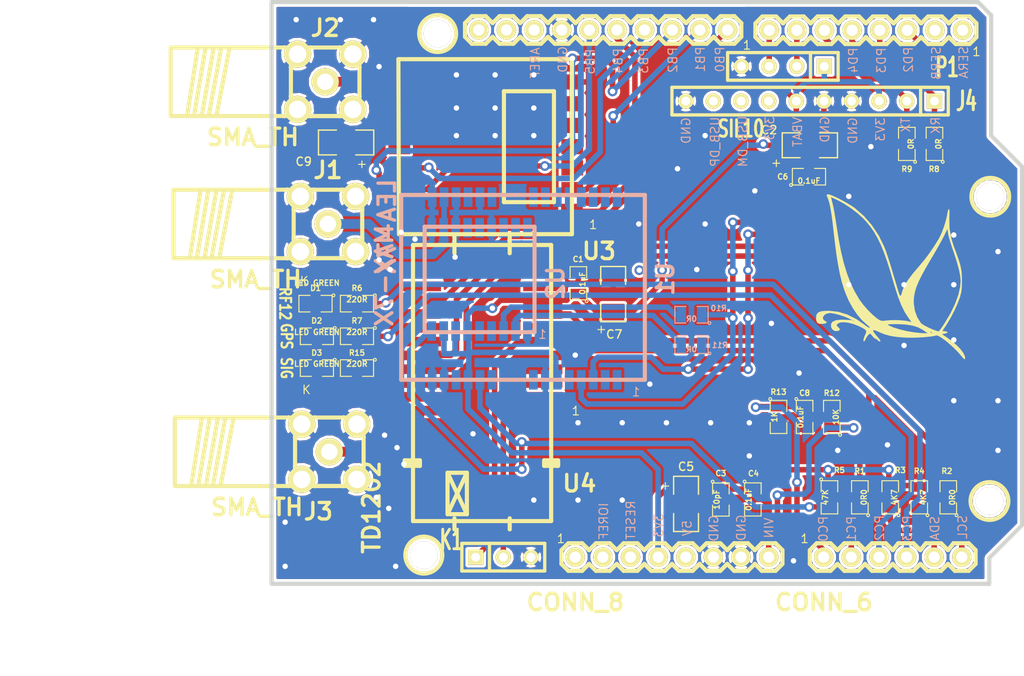
<source format=kicad_pcb>
(kicad_pcb (version 3) (host pcbnew "(2013-05-31 BZR 4019)-stable")
  (title_block (title Sigfoxuino) (rev 1) (company "RzBo Concept"))
  (layers (15 Front signal) (0 Back signal))
  (net 0 "")
  (net 1 +3.3V)
  (net 2 /PB0)
  (net 3 /PB1)
  (net 4 /PB2)
  (net 5 /PB3)
  (net 6 /PB4)
  (net 7 /PB5)
  (net 8 /PC0)
  (net 9 /PC1)
  (net 10 /PC2)
  (net 11 /PC3)
  (net 12 /PD2)
  (net 13 /PD3)
  (net 14 /PD4)
  (net 15 /PD5)
  (net 16 /PD6)
  (net 17 /PD7)
  (net 18 /RF_GPS)
  (net 19 /RF_RF12)
  (net 20 /RF_SIG)
  (net 21 /RX_SFT)
  (net 22 /SCL)
  (net 23 /SDA)
  (net 24 /STATUS_SIG)
  (net 25 /TX_SFT)
  (net 26 /VIN)
  (net 27 GND)
  (net 28 N-000001)
  (net 29 N-0000013)
  (net 30 N-0000015)
  (net 31 N-0000016)
  (net 32 N-000002)
  (net 33 N-000003)
  (net 34 N-000004)
  (net 35 N-000005)
  (net 36 N-000006)
  (module SMA-SMB_right_angle (layer Front) (at 114.681 91.948 180)
    (fp_text reference J1)
    (fp_text value SMA_TH)
    (pad 1 thru_hole circle (at 0 0 180) (size 2.5 2.5) (drill 1.5) (layers *.Cu *.Mask Dessus.SilkS) (net 18 /RF_GPS))
    (pad 2 thru_hole circle (at 2.54 -2.54 180) (size 2.5 2.5) (drill 1.6) (layers *.Cu *.Mask Dessus.SilkS) (net 27 GND))
    (pad 3 thru_hole circle (at -2.54 -2.54 180) (size 2.5 2.5) (drill 1.6) (layers *.Cu *.Mask Dessus.SilkS) (net 27 GND))
    (pad 4 thru_hole circle (at -2.54 2.54 180) (size 2.5 2.5) (drill 1.6) (layers *.Cu *.Mask Dessus.SilkS) (net 27 GND))
    (pad 5 thru_hole circle (at 2.54 2.54 180) (size 2.5 2.5) (drill 1.6) (layers *.Cu *.Mask Dessus.SilkS) (net 27 GND))
  )
  (module 1pin (layer Front) (at 175.5648 89.44102)
    (fp_text reference V4 hide)
    (fp_text value "" hide)
    (pad 1 thru_hole circle (at 0 0) (size 2.54 2.54) (drill 2.54) (layers *.Cu *.Mask Dessus.SilkS))
  )
  (module 1pin (layer Front) (at 175.4886 117.43182)
    (fp_text reference V5 hide)
    (fp_text value "" hide)
    (pad 1 thru_hole circle (at 0 0) (size 2.54 2.54) (drill 2.54) (layers *.Cu *.Mask Dessus.SilkS))
  )
  (module Con8 (layer Front) (at 137.414 122.58802)
    (fp_text reference CONN8_1 hide)
    (fp_text value CONN_8)
    (pad 2 thru_hole circle (at 2.54 0) (size 1.778 1.778) (drill 1.016) (layers *.Cu *.Mask Dessus.SilkS))
    (pad 3 thru_hole circle (at 5.08 0) (size 1.778 1.778) (drill 1.016) (layers *.Cu *.Mask Dessus.SilkS))
    (pad 4 thru_hole circle (at 7.62 0) (size 1.778 1.778) (drill 1.016) (layers *.Cu *.Mask Dessus.SilkS) (net 1 +3.3V))
    (pad 5 thru_hole circle (at 10.16 0) (size 1.778 1.778) (drill 1.016) (layers *.Cu *.Mask Dessus.SilkS))
    (pad 6 thru_hole circle (at 12.7 0) (size 1.778 1.778) (drill 1.016) (layers *.Cu *.Mask Dessus.SilkS) (net 27 GND))
    (pad 7 thru_hole circle (at 15.24 0) (size 1.778 1.778) (drill 1.016) (layers *.Cu *.Mask Dessus.SilkS) (net 27 GND))
    (pad 8 thru_hole circle (at 17.78 0) (size 1.778 1.778) (drill 1.016) (layers *.Cu *.Mask Dessus.SilkS) (net 26 /VIN))
    (pad 1 thru_hole circle (at 0 0) (size 1.778 1.778) (drill 1.016) (layers *.Cu *.Mask Dessus.SilkS))
  )
  (module Con8 (layer Front) (at 173.0248 74.12482 180)
    (fp_text reference CON8_2 hide)
    (fp_text value CONN_8)
    (pad 2 thru_hole circle (at 2.54 0 180) (size 1.778 1.778) (drill 1.016) (layers *.Cu *.Mask Dessus.SilkS))
    (pad 3 thru_hole circle (at 5.08 0 180) (size 1.778 1.778) (drill 1.016) (layers *.Cu *.Mask Dessus.SilkS) (net 12 /PD2))
    (pad 4 thru_hole circle (at 7.62 0 180) (size 1.778 1.778) (drill 1.016) (layers *.Cu *.Mask Dessus.SilkS) (net 13 /PD3))
    (pad 5 thru_hole circle (at 10.16 0 180) (size 1.778 1.778) (drill 1.016) (layers *.Cu *.Mask Dessus.SilkS) (net 14 /PD4))
    (pad 6 thru_hole circle (at 12.7 0 180) (size 1.778 1.778) (drill 1.016) (layers *.Cu *.Mask Dessus.SilkS) (net 15 /PD5))
    (pad 7 thru_hole circle (at 15.24 0 180) (size 1.778 1.778) (drill 1.016) (layers *.Cu *.Mask Dessus.SilkS) (net 16 /PD6))
    (pad 8 thru_hole circle (at 17.78 0 180) (size 1.778 1.778) (drill 1.016) (layers *.Cu *.Mask Dessus.SilkS) (net 17 /PD7))
    (pad 1 thru_hole circle (at 0 0 180) (size 1.778 1.778) (drill 1.016) (layers *.Cu *.Mask Dessus.SilkS))
  )
  (module Con6 (layer Front) (at 160.2486 122.58802)
    (fp_text reference CON6_1 hide)
    (fp_text value CONN_6)
    (pad 2 thru_hole circle (at 2.54 0) (size 1.778 1.778) (drill 1.016) (layers *.Cu *.Mask Dessus.SilkS) (net 9 /PC1))
    (pad 3 thru_hole circle (at 5.08 0) (size 1.778 1.778) (drill 1.016) (layers *.Cu *.Mask Dessus.SilkS) (net 10 /PC2))
    (pad 4 thru_hole circle (at 7.62 0) (size 1.778 1.778) (drill 1.016) (layers *.Cu *.Mask Dessus.SilkS) (net 11 /PC3))
    (pad 5 thru_hole circle (at 10.16 0) (size 1.778 1.778) (drill 1.016) (layers *.Cu *.Mask Dessus.SilkS) (net 23 /SDA))
    (pad 6 thru_hole circle (at 12.7 0) (size 1.778 1.778) (drill 1.016) (layers *.Cu *.Mask Dessus.SilkS) (net 22 /SCL))
    (pad 1 thru_hole circle (at 0 0) (size 1.778 1.778) (drill 1.016) (layers *.Cu *.Mask Dessus.SilkS) (net 8 /PC0))
  )
  (module Con10 (layer Front) (at 151.4094 74.09942 180)
    (fp_text reference CONN10_1 hide)
    (fp_text value CONN_10)
    (pad 2 thru_hole circle (at 2.54 0 180) (size 1.778 1.778) (drill 1.016) (layers *.Cu *.Mask Dessus.SilkS) (net 3 /PB1))
    (pad 3 thru_hole circle (at 5.08 0 180) (size 1.778 1.778) (drill 1.016) (layers *.Cu *.Mask Dessus.SilkS) (net 4 /PB2))
    (pad 4 thru_hole circle (at 7.62 0 180) (size 1.778 1.778) (drill 1.016) (layers *.Cu *.Mask Dessus.SilkS) (net 5 /PB3))
    (pad 5 thru_hole circle (at 10.16 0 180) (size 1.778 1.778) (drill 1.016) (layers *.Cu *.Mask Dessus.SilkS) (net 6 /PB4))
    (pad 6 thru_hole circle (at 12.7 0 180) (size 1.778 1.778) (drill 1.016) (layers *.Cu *.Mask Dessus.SilkS) (net 7 /PB5))
    (pad 7 thru_hole circle (at 15.24 0 180) (size 1.778 1.778) (drill 1.016) (layers *.Cu *.Mask Dessus.SilkS) (net 27 GND))
    (pad 8 thru_hole circle (at 17.78 0 180) (size 1.778 1.778) (drill 1.016) (layers *.Cu *.Mask Dessus.SilkS))
    (pad 9 thru_hole circle (at 20.32 0 180) (size 1.778 1.778) (drill 1.016) (layers *.Cu *.Mask Dessus.SilkS))
    (pad 10 thru_hole circle (at 22.86 0 180) (size 1.778 1.778) (drill 1.016) (layers *.Cu *.Mask Dessus.SilkS))
    (pad 1 thru_hole circle (at 0 0 180) (size 1.778 1.778) (drill 1.016) (layers *.Cu *.Mask Dessus.SilkS) (net 2 /PB0))
  )
  (module SMA-SMB_right_angle (layer Front) (at 114.427 78.867 180)
    (fp_text reference J2)
    (fp_text value SMA_TH)
    (pad 1 thru_hole circle (at 0 0 180) (size 2.5 2.5) (drill 1.5) (layers *.Cu *.Mask Dessus.SilkS) (net 19 /RF_RF12))
    (pad 2 thru_hole circle (at 2.54 -2.54 180) (size 2.5 2.5) (drill 1.6) (layers *.Cu *.Mask Dessus.SilkS) (net 27 GND))
    (pad 3 thru_hole circle (at -2.54 -2.54 180) (size 2.5 2.5) (drill 1.6) (layers *.Cu *.Mask Dessus.SilkS) (net 27 GND))
    (pad 4 thru_hole circle (at -2.54 2.54 180) (size 2.5 2.5) (drill 1.6) (layers *.Cu *.Mask Dessus.SilkS) (net 27 GND))
    (pad 5 thru_hole circle (at 2.54 2.54 180) (size 2.5 2.5) (drill 1.6) (layers *.Cu *.Mask Dessus.SilkS) (net 27 GND))
  )
  (module SMA-SMB_right_angle (layer Front) (at 114.808 112.903 180)
    (fp_text reference J3)
    (fp_text value SMA_TH)
    (pad 1 thru_hole circle (at 0 0 180) (size 2.5 2.5) (drill 1.5) (layers *.Cu *.Mask Dessus.SilkS) (net 20 /RF_SIG))
    (pad 2 thru_hole circle (at 2.54 -2.54 180) (size 2.5 2.5) (drill 1.6) (layers *.Cu *.Mask Dessus.SilkS) (net 27 GND))
    (pad 3 thru_hole circle (at -2.54 -2.54 180) (size 2.5 2.5) (drill 1.6) (layers *.Cu *.Mask Dessus.SilkS) (net 27 GND))
    (pad 4 thru_hole circle (at -2.54 2.54 180) (size 2.5 2.5) (drill 1.6) (layers *.Cu *.Mask Dessus.SilkS) (net 27 GND))
    (pad 5 thru_hole circle (at 2.54 2.54 180) (size 2.5 2.5) (drill 1.6) (layers *.Cu *.Mask Dessus.SilkS) (net 27 GND))
  )
  (module SM1206 (layer Front) (at 116.35 84.45 180)
    (fp_text reference C9)
    (fp_text value 1uF/9V hide)
    (pad 1 smd rect (at -1.651 0 180) (size 1.524 2.032) (layers Front Dessus.Pate Dessus.Masque) (net 1 +3.3V))
    (pad 2 smd rect (at 1.651 0 180) (size 1.524 2.032) (layers Front Dessus.Pate Dessus.Masque) (net 27 GND))
  )
  (module SM1206 (layer Front) (at 158.98 84.71)
    (fp_text reference C2)
    (fp_text value 10uF/9V hide)
    (pad 1 smd rect (at -1.651 0) (size 1.524 2.032) (layers Front Dessus.Pate Dessus.Masque) (net 1 +3.3V))
    (pad 2 smd rect (at 1.651 0) (size 1.524 2.032) (layers Front Dessus.Pate Dessus.Masque) (net 27 GND))
  )
  (module SM1206 (layer Front) (at 147.6 117.7 270)
    (fp_text reference C5)
    (fp_text value 10uF/9V hide)
    (pad 1 smd rect (at -1.651 0 270) (size 1.524 2.032) (layers Front Dessus.Pate Dessus.Masque) (net 1 +3.3V))
    (pad 2 smd rect (at 1.651 0 270) (size 1.524 2.032) (layers Front Dessus.Pate Dessus.Masque) (net 27 GND))
  )
  (module SM1206 (layer Front) (at 140.9 98.4 90)
    (fp_text reference C7)
    (fp_text value 10uF/9V hide)
    (pad 1 smd rect (at -1.651 0 90) (size 1.524 2.032) (layers Front Dessus.Pate Dessus.Masque) (net 1 +3.3V))
    (pad 2 smd rect (at 1.651 0 90) (size 1.524 2.032) (layers Front Dessus.Pate Dessus.Masque) (net 27 GND))
  )
  (module SM0805 (layer Front) (at 113.538 99.277 180)
    (fp_text reference D1)
    (fp_text value "LED GREEN")
    (pad 1 smd rect (at -0.9525 0 180) (size 0.889 1.397) (layers Front Dessus.Pate Dessus.Masque) (net 34 N-000004))
    (pad 2 smd rect (at 0.9525 0 180) (size 0.889 1.397) (layers Front Dessus.Pate Dessus.Masque) (net 27 GND))
  )
  (module SM0805 (layer Front) (at 117.348 99.277 180)
    (fp_text reference R6)
    (fp_text value 220R)
    (pad 1 smd rect (at -0.9525 0 180) (size 0.889 1.397) (layers Front Dessus.Pate Dessus.Masque) (net 11 /PC3))
    (pad 2 smd rect (at 0.9525 0 180) (size 0.889 1.397) (layers Front Dessus.Pate Dessus.Masque) (net 34 N-000004))
  )
  (module SM0805 (layer Front) (at 137.7 97.4 90)
    (fp_text reference C1)
    (fp_text value 0.1uF)
    (pad 1 smd rect (at -0.9525 0 90) (size 0.889 1.397) (layers Front Dessus.Pate Dessus.Masque) (net 1 +3.3V))
    (pad 2 smd rect (at 0.9525 0 90) (size 0.889 1.397) (layers Front Dessus.Pate Dessus.Masque) (net 27 GND))
  )
  (module SM0805 (layer Front) (at 158.9 87.6)
    (fp_text reference C6)
    (fp_text value 0.1uF)
    (pad 1 smd rect (at -0.9525 0) (size 0.889 1.397) (layers Front Dessus.Pate Dessus.Masque) (net 1 +3.3V))
    (pad 2 smd rect (at 0.9525 0) (size 0.889 1.397) (layers Front Dessus.Pate Dessus.Masque) (net 27 GND))
  )
  (module SM0805 (layer Front) (at 160.782 117.094 270)
    (fp_text reference R5)
    (fp_text value 47K)
    (pad 1 smd rect (at -0.9525 0 270) (size 0.889 1.397) (layers Front Dessus.Pate Dessus.Masque) (net 1 +3.3V))
    (pad 2 smd rect (at 0.9525 0 270) (size 0.889 1.397) (layers Front Dessus.Pate Dessus.Masque) (net 9 /PC1))
  )
  (module SM0805 (layer Back) (at 148.1 100.3 180)
    (fp_text reference R10)
    (fp_text value 0R)
    (pad 1 smd rect (at -0.9525 0 180) (size 0.889 1.397) (layers Back Dessous.Pate Dessous.Masque) (net 25 /TX_SFT))
    (pad 2 smd rect (at 0.9525 0 180) (size 0.889 1.397) (layers Back Dessous.Pate Dessous.Masque) (net 32 N-000002))
  )
  (module SM0805 (layer Back) (at 148.1 103.1 180)
    (fp_text reference R11)
    (fp_text value 0R)
    (pad 1 smd rect (at -0.9525 0 180) (size 0.889 1.397) (layers Back Dessous.Pate Dessous.Masque) (net 21 /RX_SFT))
    (pad 2 smd rect (at 0.9525 0 180) (size 0.889 1.397) (layers Back Dessous.Pate Dessous.Masque) (net 28 N-000001))
  )
  (module SM0805 (layer Front) (at 170.434 84.582 90)
    (fp_text reference R8)
    (fp_text value 0R)
    (pad 1 smd rect (at -0.9525 0 90) (size 0.889 1.397) (layers Front Dessus.Pate Dessus.Masque) (net 21 /RX_SFT))
    (pad 2 smd rect (at 0.9525 0 90) (size 0.889 1.397) (layers Front Dessus.Pate Dessus.Masque) (net 14 /PD4))
  )
  (module SM0805 (layer Front) (at 167.894 84.582 90)
    (fp_text reference R9)
    (fp_text value 0R)
    (pad 1 smd rect (at -0.9525 0 90) (size 0.889 1.397) (layers Front Dessus.Pate Dessus.Masque) (net 25 /TX_SFT))
    (pad 2 smd rect (at 0.9525 0 90) (size 0.889 1.397) (layers Front Dessus.Pate Dessus.Masque) (net 15 /PD5))
  )
  (module SM0805 (layer Front) (at 117.348 105.202 180)
    (fp_text reference R15)
    (fp_text value 220R)
    (pad 1 smd rect (at -0.9525 0 180) (size 0.889 1.397) (layers Front Dessus.Pate Dessus.Masque) (net 24 /STATUS_SIG))
    (pad 2 smd rect (at 0.9525 0 180) (size 0.889 1.397) (layers Front Dessus.Pate Dessus.Masque) (net 29 N-0000013))
  )
  (module SM0805 (layer Front) (at 113.665 102.279 180)
    (fp_text reference D2)
    (fp_text value "LED GREEN")
    (pad 1 smd rect (at -0.9525 0 180) (size 0.889 1.397) (layers Front Dessus.Pate Dessus.Masque) (net 33 N-000003))
    (pad 2 smd rect (at 0.9525 0 180) (size 0.889 1.397) (layers Front Dessus.Pate Dessus.Masque) (net 27 GND))
  )
  (module SM0805 (layer Front) (at 117.348 102.279 180)
    (fp_text reference R7)
    (fp_text value 220R)
    (pad 1 smd rect (at -0.9525 0 180) (size 0.889 1.397) (layers Front Dessus.Pate Dessus.Masque) (net 10 /PC2))
    (pad 2 smd rect (at 0.9525 0 180) (size 0.889 1.397) (layers Front Dessus.Pate Dessus.Masque) (net 33 N-000003))
  )
  (module SM0805 (layer Front) (at 150.8 117.3 270)
    (fp_text reference C3)
    (fp_text value 10pF)
    (pad 1 smd rect (at -0.9525 0 270) (size 0.889 1.397) (layers Front Dessus.Pate Dessus.Masque) (net 1 +3.3V))
    (pad 2 smd rect (at 0.9525 0 270) (size 0.889 1.397) (layers Front Dessus.Pate Dessus.Masque) (net 27 GND))
  )
  (module SM0805 (layer Front) (at 153.74 117.29 270)
    (fp_text reference C4)
    (fp_text value 0.1uF)
    (pad 1 smd rect (at -0.9525 0 270) (size 0.889 1.397) (layers Front Dessus.Pate Dessus.Masque) (net 1 +3.3V))
    (pad 2 smd rect (at 0.9525 0 270) (size 0.889 1.397) (layers Front Dessus.Pate Dessus.Masque) (net 27 GND))
  )
  (module SM0805 (layer Front) (at 166.37 117.094 90)
    (fp_text reference R3)
    (fp_text value 4K7)
    (pad 1 smd rect (at -0.9525 0 90) (size 0.889 1.397) (layers Front Dessus.Pate Dessus.Masque) (net 23 /SDA))
    (pad 2 smd rect (at 0.9525 0 90) (size 0.889 1.397) (layers Front Dessus.Pate Dessus.Masque) (net 1 +3.3V))
  )
  (module SM0805 (layer Front) (at 169.037 117.094 90)
    (fp_text reference R4)
    (fp_text value 4K7)
    (pad 1 smd rect (at -0.9525 0 90) (size 0.889 1.397) (layers Front Dessus.Pate Dessus.Masque) (net 22 /SCL))
    (pad 2 smd rect (at 0.9525 0 90) (size 0.889 1.397) (layers Front Dessus.Pate Dessus.Masque) (net 1 +3.3V))
  )
  (module SM0805 (layer Front) (at 163.576 117.094 90)
    (fp_text reference R1)
    (fp_text value 0R0)
    (pad 1 smd rect (at -0.9525 0 90) (size 0.889 1.397) (layers Front Dessus.Pate Dessus.Masque) (net 23 /SDA))
    (pad 2 smd rect (at 0.9525 0 90) (size 0.889 1.397) (layers Front Dessus.Pate Dessus.Masque) (net 31 N-0000016))
  )
  (module SM0805 (layer Front) (at 171.704 117.094 90)
    (fp_text reference R2)
    (fp_text value 0R0)
    (pad 1 smd rect (at -0.9525 0 90) (size 0.889 1.397) (layers Front Dessus.Pate Dessus.Masque) (net 22 /SCL))
    (pad 2 smd rect (at 0.9525 0 90) (size 0.889 1.397) (layers Front Dessus.Pate Dessus.Masque) (net 30 N-0000015))
  )
  (module SM0805 (layer Front) (at 113.665 105.202 180)
    (fp_text reference D3)
    (fp_text value "LED GREEN")
    (pad 1 smd rect (at -0.9525 0 180) (size 0.889 1.397) (layers Front Dessus.Pate Dessus.Masque) (net 29 N-0000013))
    (pad 2 smd rect (at 0.9525 0 180) (size 0.889 1.397) (layers Front Dessus.Pate Dessus.Masque) (net 27 GND))
  )
  (module SIL-3 (layer Front) (at 130.8 122.6)
    (fp_text reference K1)
    (fp_text value CONN_3 hide)
    (pad 1 thru_hole rect (at -2.54 0) (size 1.397 1.397) (drill 0.8128) (layers *.Cu *.Mask Dessus.SilkS) (net 36 N-000006))
    (pad 2 thru_hole circle (at 0 0) (size 1.397 1.397) (drill 0.8128) (layers *.Cu *.Mask Dessus.SilkS) (net 35 N-000005))
    (pad 3 thru_hole circle (at 2.54 0) (size 1.397 1.397) (drill 0.8128) (layers *.Cu *.Mask Dessus.SilkS) (net 27 GND))
  )
  (module SIL-10 (layer Front) (at 159.004 80.645 180)
    (fp_text reference J4)
    (fp_text value SIL10)
    (pad 1 thru_hole rect (at -11.43 0 180) (size 1.397 1.397) (drill 0.8128) (layers *.Cu *.Mask Dessus.SilkS) (net 14 /PD4))
    (pad 2 thru_hole circle (at -8.89 0 180) (size 1.397 1.397) (drill 0.8128) (layers *.Cu *.Mask Dessus.SilkS) (net 15 /PD5))
    (pad 3 thru_hole circle (at -6.35 0 180) (size 1.397 1.397) (drill 0.8128) (layers *.Cu *.Mask Dessus.SilkS) (net 1 +3.3V))
    (pad 4 thru_hole circle (at -3.81 0 180) (size 1.397 1.397) (drill 0.8128) (layers *.Cu *.Mask Dessus.SilkS) (net 27 GND))
    (pad 5 thru_hole circle (at -1.27 0 180) (size 1.397 1.397) (drill 0.8128) (layers *.Cu *.Mask Dessus.SilkS) (net 27 GND))
    (pad 6 thru_hole circle (at 1.27 0 180) (size 1.397 1.397) (drill 0.8128) (layers *.Cu *.Mask Dessus.SilkS) (net 1 +3.3V))
    (pad 7 thru_hole circle (at 3.81 0 180) (size 1.397 1.397) (drill 0.8128) (layers *.Cu *.Mask Dessus.SilkS))
    (pad 8 thru_hole circle (at 6.35 0 180) (size 1.397 1.397) (drill 0.8128) (layers *.Cu *.Mask Dessus.SilkS))
    (pad 9 thru_hole circle (at 8.89 0 180) (size 1.397 1.397) (drill 0.8128) (layers *.Cu *.Mask Dessus.SilkS))
    (pad 10 thru_hole circle (at 11.43 0 180) (size 1.397 1.397) (drill 0.8128) (layers *.Cu *.Mask Dessus.SilkS) (net 27 GND))
  )
  (module RFM12 (layer Front) (at 129.159 84.836 180)
    (fp_text reference U3)
    (fp_text value RFM12 hide)
    (pad 1 smd rect (at -7.9502 -5.95122 180) (size 1.99898 1.39954) (layers Front Dessus.Pate Dessus.Masque) (net 6 /PB4))
    (pad 2 smd rect (at -7.97814 -3.9497 180) (size 1.99898 1.39954) (layers Front Dessus.Pate Dessus.Masque) (net 3 /PB1))
    (pad 3 smd rect (at -7.97814 -1.95072 180) (size 1.99898 1.39954) (layers Front Dessus.Pate Dessus.Masque))
    (pad 4 smd rect (at -7.97814 0 180) (size 1.99898 1.39954) (layers Front Dessus.Pate Dessus.Masque))
    (pad 5 smd rect (at -7.97814 1.95072 180) (size 1.99898 1.39954) (layers Front Dessus.Pate Dessus.Masque))
    (pad 6 smd rect (at -7.97814 3.9497 180) (size 1.99898 1.39954) (layers Front Dessus.Pate Dessus.Masque))
    (pad 7 smd rect (at -7.97814 5.95122 180) (size 1.99898 1.39954) (layers Front Dessus.Pate Dessus.Masque) (net 27 GND))
    (pad 8 smd rect (at 7.92226 5.95122 180) (size 1.99898 1.39954) (layers Front Dessus.Pate Dessus.Masque) (net 19 /RF_RF12))
    (pad 9 smd rect (at 7.92226 3.9497 180) (size 1.99898 1.39954) (layers Front Dessus.Pate Dessus.Masque) (net 1 +3.3V))
    (pad 10 smd rect (at 7.92226 1.95072 180) (size 1.99898 1.39954) (layers Front Dessus.Pate Dessus.Masque) (net 27 GND))
    (pad 11 smd rect (at 7.92226 0 180) (size 1.99898 1.39954) (layers Front Dessus.Pate Dessus.Masque))
    (pad 12 smd rect (at 7.92226 -1.95072 180) (size 1.99898 1.39954) (layers Front Dessus.Pate Dessus.Masque) (net 5 /PB3))
    (pad 13 smd rect (at 7.92226 -3.9497 180) (size 1.99898 1.39954) (layers Front Dessus.Pate Dessus.Masque) (net 7 /PB5))
    (pad 14 smd rect (at 7.92226 -5.95122 180) (size 1.99898 1.39954) (layers Front Dessus.Pate Dessus.Masque) (net 4 /PB2))
  )
  (module MAX-xx (layer Back) (at 123.571 92.202 270)
    (fp_text reference U2)
    (fp_text value MAX-7X)
    (pad 9 smd rect (at 9.6 -0.65 270) (size 1.8 0.8) (layers Back Dessous.Pate Dessous.Masque) (net 9 /PC1))
    (pad 8 smd rect (at 9.6 -1.75 270) (size 1.8 0.8) (layers Back Dessous.Pate Dessous.Masque) (net 1 +3.3V))
    (pad 7 smd rect (at 9.6 -2.85 270) (size 1.8 0.8) (layers Back Dessous.Pate Dessous.Masque) (net 1 +3.3V))
    (pad 6 smd rect (at 9.6 -3.95 270) (size 1.8 0.8) (layers Back Dessous.Pate Dessous.Masque) (net 1 +3.3V))
    (pad 5 smd rect (at 9.6 -5.05 270) (size 1.8 0.8) (layers Back Dessous.Pate Dessous.Masque))
    (pad 4 smd rect (at 9.6 -6.15 270) (size 1.8 0.8) (layers Back Dessous.Pate Dessous.Masque))
    (pad 3 smd rect (at 9.6 -7.25 270) (size 1.8 0.8) (layers Back Dessous.Pate Dessous.Masque) (net 32 N-000002))
    (pad 2 smd rect (at 9.6 -8.35 270) (size 1.8 0.8) (layers Back Dessous.Pate Dessous.Masque) (net 28 N-000001))
    (pad 1 smd rect (at 9.6 -9.45 270) (size 1.8 0.8) (layers Back Dessous.Pate Dessous.Masque) (net 27 GND))
    (pad 10 smd rect (at 0.1 -0.65 270) (size 1.8 0.8) (layers Back Dessous.Pate Dessous.Masque) (net 27 GND))
    (pad 11 smd rect (at 0.1 -1.75 270) (size 1.8 0.8) (layers Back Dessous.Pate Dessous.Masque) (net 18 /RF_GPS))
    (pad 12 smd rect (at 0.1 -2.85 270) (size 1.8 0.8) (layers Back Dessous.Pate Dessous.Masque) (net 27 GND))
    (pad 13 smd rect (at 0.1 -3.95 270) (size 1.8 0.8) (layers Back Dessous.Pate Dessous.Masque))
    (pad 14 smd rect (at 0.1 -5.05 270) (size 1.8 0.8) (layers Back Dessous.Pate Dessous.Masque))
    (pad 15 smd rect (at 0.1 -6.15 270) (size 1.8 0.8) (layers Back Dessous.Pate Dessous.Masque) (net 27 GND))
    (pad 16 smd rect (at 0.1 -7.25 270) (size 1.8 0.8) (layers Back Dessous.Pate Dessous.Masque))
    (pad 17 smd rect (at 0.1 -8.35 270) (size 1.8 0.8) (layers Back Dessous.Pate Dessous.Masque))
    (pad 18 smd rect (at 0.1 -9.45 270) (size 1.8 0.8) (layers Back Dessous.Pate Dessous.Masque))
  )
  (module LEA-xx (layer Back) (at 121.412 89.281 270)
    (fp_text reference U1)
    (fp_text value LEA-7X)
    (pad 15 smd rect (at 0 -2.85 270) (size 1.8 0.8) (drill (offset 0.2 0)) (layers Back Dessous.Pate Dessous.Masque) (net 27 GND))
    (pad 16 smd rect (at 0.2 -3.95 270) (size 1.8 0.8) (layers Back Dessous.Pate Dessous.Masque) (net 18 /RF_GPS))
    (pad 17 smd rect (at 0.2 -5.05 270) (size 1.8 0.8) (layers Back Dessous.Pate Dessous.Masque) (net 27 GND))
    (pad 18 smd rect (at 0.2 -6.15 270) (size 1.8 0.8) (layers Back Dessous.Pate Dessous.Masque))
    (pad 19 smd rect (at 0.2 -7.25 270) (size 1.8 0.8) (layers Back Dessous.Pate Dessous.Masque) (net 27 GND))
    (pad 20 smd rect (at 0.2 -8.35 270) (size 1.8 0.8) (layers Back Dessous.Pate Dessous.Masque))
    (pad 21 smd rect (at 0.2 -12.15 270) (size 1.8 0.8) (layers Back Dessous.Pate Dessous.Masque))
    (pad 22 smd rect (at 0.2 -13.25 270) (size 1.8 0.8) (layers Back Dessous.Pate Dessous.Masque))
    (pad 23 smd rect (at 0.2 -14.35 270) (size 1.8 0.8) (layers Back Dessous.Pate Dessous.Masque))
    (pad 24 smd rect (at 0.2 -15.45 270) (size 1.8 0.8) (layers Back Dessous.Pate Dessous.Masque) (net 27 GND))
    (pad 25 smd rect (at 0.2 -16.55 270) (size 1.8 0.8) (layers Back Dessous.Pate Dessous.Masque))
    (pad 26 smd rect (at 0.2 -17.65 270) (size 1.8 0.8) (layers Back Dessous.Pate Dessous.Masque))
    (pad 27 smd rect (at 0.2 -18.75 270) (size 1.8 0.8) (layers Back Dessous.Pate Dessous.Masque))
    (pad 28 smd rect (at 0.2 -19.85 270) (size 1.8 0.8) (layers Back Dessous.Pate Dessous.Masque))
    (pad 1 smd rect (at 17 -19.85 270) (size 1.8 0.8) (layers Back Dessous.Pate Dessous.Masque))
    (pad 14 smd rect (at 17 -2.85 270) (size 1.8 0.8) (layers Back Dessous.Pate Dessous.Masque) (net 27 GND))
    (pad 2 smd rect (at 17 -18.75 270) (size 1.8 0.8) (layers Back Dessous.Pate Dessous.Masque))
    (pad 3 smd rect (at 17 -17.65 270) (size 1.8 0.8) (layers Back Dessous.Pate Dessous.Masque) (net 21 /RX_SFT))
    (pad 4 smd rect (at 17 -16.55 270) (size 1.8 0.8) (layers Back Dessous.Pate Dessous.Masque) (net 25 /TX_SFT))
    (pad 5 smd rect (at 17 -15.45 270) (size 1.8 0.8) (layers Back Dessous.Pate Dessous.Masque))
    (pad 6 smd rect (at 17 -14.35 270) (size 1.8 0.8) (layers Back Dessous.Pate Dessous.Masque) (net 1 +3.3V))
    (pad 7 smd rect (at 17 -13.25 270) (size 1.8 0.8) (layers Back Dessous.Pate Dessous.Masque) (net 27 GND))
    (pad 8 smd rect (at 17 -12.15 270) (size 1.8 0.8) (layers Back Dessous.Pate Dessous.Masque))
    (pad 9 smd rect (at 17 -8.35 270) (size 1.8 0.8) (layers Back Dessous.Pate Dessous.Masque))
    (pad 10 smd rect (at 17 -7.25 270) (size 1.8 0.8) (layers Back Dessous.Pate Dessous.Masque) (net 9 /PC1))
    (pad 11 smd rect (at 17 -6.15 270) (size 1.8 0.8) (layers Back Dessous.Pate Dessous.Masque) (net 1 +3.3V))
    (pad 12 smd rect (at 17 -5.05 270) (size 1.8 0.8) (layers Back Dessous.Pate Dessous.Masque))
    (pad 13 smd rect (at 17 -3.95 270) (size 1.8 0.8) (layers Back Dessous.Pate Dessous.Masque) (net 27 GND))
  )
  (module SM0805 (layer Front) (at 156.1 109.7 270)
    (fp_text reference R13)
    (fp_text value 1K)
    (pad 1 smd rect (at -0.9525 0 270) (size 0.889 1.397) (layers Front Dessus.Pate Dessus.Masque) (net 8 /PC0))
    (pad 2 smd rect (at 0.9525 0 270) (size 0.889 1.397) (layers Front Dessus.Pate Dessus.Masque) (net 27 GND))
  )
  (module SM0805 (layer Front) (at 161 109.7 90)
    (fp_text reference R12)
    (fp_text value 10K)
    (pad 1 smd rect (at -0.9525 0 90) (size 0.889 1.397) (layers Front Dessus.Pate Dessus.Masque) (net 26 /VIN))
    (pad 2 smd rect (at 0.9525 0 90) (size 0.889 1.397) (layers Front Dessus.Pate Dessus.Masque) (net 8 /PC0))
  )
  (module SM0805 (layer Front) (at 158.5 109.7 270)
    (fp_text reference C8)
    (fp_text value 0.1uF)
    (pad 1 smd rect (at -0.9525 0 270) (size 0.889 1.397) (layers Front Dessus.Pate Dessus.Masque) (net 8 /PC0))
    (pad 2 smd rect (at 0.9525 0 270) (size 0.889 1.397) (layers Front Dessus.Pate Dessus.Masque) (net 27 GND))
  )
  (module SIL-4 (layer Front) (at 156.5 77.45 180)
    (fp_text reference P1)
    (fp_text value CONN_4 hide)
    (pad 1 thru_hole rect (at -3.81 0 180) (size 1.397 1.397) (drill 0.8128) (layers *.Cu *.Mask Dessus.SilkS) (net 1 +3.3V))
    (pad 2 thru_hole circle (at -1.27 0 180) (size 1.397 1.397) (drill 0.8128) (layers *.Cu *.Mask Dessus.SilkS) (net 16 /PD6))
    (pad 3 thru_hole circle (at 1.27 0 180) (size 1.397 1.397) (drill 0.8128) (layers *.Cu *.Mask Dessus.SilkS) (net 17 /PD7))
    (pad 4 thru_hole circle (at 3.81 0 180) (size 1.397 1.397) (drill 0.8128) (layers *.Cu *.Mask Dessus.SilkS) (net 27 GND))
  )
  (module 1pin_hole (layer Front) (at 124.7648 74.42962)
    (fp_text reference "")
    (fp_text value P*** hide)
    (pad 1 thru_hole circle (at 0 0) (size 2.54 2.54) (drill 2.54) (layers *.Cu *.Mask Dessus.SilkS))
  )
  (module 1pin_hole (layer Front) (at 123.4948 122.41022)
    (fp_text reference "")
    (fp_text value P*** hide)
    (pad 1 thru_hole circle (at 0 0) (size 2.54 2.54) (drill 2.54) (layers *.Cu *.Mask Dessus.SilkS))
  )
  (module LOGO (layer Front) (at 166.41 96.84)
    (fp_text reference G*** hide)
    (fp_text value LOGO hide)
  )
  (module TD1202 (layer Front) (at 122.5 120.55 90)
    (fp_text reference U4)
    (fp_text value TD1202)
    (pad 12 smd rect (at 24.13 0.77 90) (size 0.89 3.6) (layers Front Dessus.Pate Dessus.Masque) (net 27 GND))
    (pad 13 smd rect (at 22.86 0.77 90) (size 0.89 3.6) (layers Front Dessus.Pate Dessus.Masque))
    (pad 14 smd rect (at 21.59 0.77 90) (size 0.89 3.6) (layers Front Dessus.Pate Dessus.Masque) (net 2 /PB0))
    (pad 15 smd rect (at 20.32 0.77 90) (size 0.89 3.6) (layers Front Dessus.Pate Dessus.Masque))
    (pad 16 smd rect (at 19.05 0.77 90) (size 0.89 3.6) (layers Front Dessus.Pate Dessus.Masque))
    (pad 17 smd rect (at 17.78 0.77 90) (size 0.89 3.6) (layers Front Dessus.Pate Dessus.Masque))
    (pad 18 smd rect (at 16.51 0.77 90) (size 0.89 3.6) (layers Front Dessus.Pate Dessus.Masque) (net 13 /PD3))
    (pad 19 smd rect (at 15.24 0.77 90) (size 0.89 3.6) (layers Front Dessus.Pate Dessus.Masque) (net 12 /PD2))
    (pad 20 smd rect (at 13.97 0.77 90) (size 0.89 3.6) (layers Front Dessus.Pate Dessus.Masque))
    (pad 21 smd rect (at 12.7 0.77 90) (size 0.89 3.6) (layers Front Dessus.Pate Dessus.Masque) (net 24 /STATUS_SIG))
    (pad 22 smd rect (at 11.43 0.77 90) (size 0.89 3.6) (layers Front Dessus.Pate Dessus.Masque) (net 27 GND))
    (pad 23 smd rect (at 5.08 0.77 90) (size 0.89 3.6) (layers Front Dessus.Pate Dessus.Masque) (net 27 GND))
    (pad 24 smd rect (at 3.81 0.77 90) (size 0.89 3.6) (layers Front Dessus.Pate Dessus.Masque) (net 20 /RF_SIG))
    (pad 25 smd rect (at 2.54 0.77 90) (size 0.89 3.6) (layers Front Dessus.Pate Dessus.Masque) (net 27 GND))
    (pad 1 smd rect (at 11.43 11.93 90) (size 0.89 3.6) (layers Front Dessus.Pate Dessus.Masque) (net 27 GND))
    (pad 2 smd rect (at 12.7 11.93 90) (size 0.89 3.6) (layers Front Dessus.Pate Dessus.Masque) (net 27 GND))
    (pad 3 smd rect (at 13.97 11.93 90) (size 0.89 3.6) (layers Front Dessus.Pate Dessus.Masque))
    (pad 4 smd rect (at 15.24 11.93 90) (size 0.89 3.6) (layers Front Dessus.Pate Dessus.Masque))
    (pad 5 smd rect (at 16.51 11.93 90) (size 0.89 3.6) (layers Front Dessus.Pate Dessus.Masque) (net 35 N-000005))
    (pad 6 smd rect (at 17.78 11.93 90) (size 0.89 3.6) (layers Front Dessus.Pate Dessus.Masque) (net 36 N-000006))
    (pad 7 smd rect (at 19.05 11.93 90) (size 0.89 3.6) (layers Front Dessus.Pate Dessus.Masque) (net 31 N-0000016))
    (pad 8 smd rect (at 20.32 11.93 90) (size 0.89 3.6) (layers Front Dessus.Pate Dessus.Masque) (net 30 N-0000015))
    (pad 9 smd rect (at 21.59 11.93 90) (size 0.89 3.6) (layers Front Dessus.Pate Dessus.Masque) (net 1 +3.3V))
    (pad 10 smd rect (at 22.86 11.93 90) (size 0.89 3.6) (layers Front Dessus.Pate Dessus.Masque))
    (pad 11 smd rect (at 24.13 11.93 90) (size 0.89 3.6) (layers Front Dessus.Pate Dessus.Masque) (net 27 GND))
  )
  (gr_text SIGFOXUINO (at 175.6 102.3 270) (layer Front) (effects (font (size 1.5 1) (thickness 0.25))))
  (gr_text CI14-001 (at 115.7 122.5) (layer Front) (effects (font (size 1.5 1) (thickness 0.25))))
  (via (at 143.3 96.2) (size 0.889) (layers Front Back) (net 0))
  (via (at 137.414 104.013) (size 0.889) (layers Front Back) (net 0))
  (via (at 148.59 96.139) (size 0.889) (layers Front Back) (net 0))
  (via (at 122.682 93.345) (size 0.889) (layers Front Back) (net 0))
  (via (at 120.396 96.139) (size 0.889) (layers Front Back) (net 0))
  (via (at 120.269 118.11) (size 0.889) (layers Front Back) (net 0))
  (via (at 121.666 114.046) (size 0.889) (layers Front Back) (net 0))
  (via (at 144.272 106.68) (size 0.889) (layers Front Back) (net 0))
  (via (at 155.448 101.092) (size 0.889) (layers Front Back) (net 0))
  (via (at 149.352 91.948) (size 0.889) (layers Front Back) (net 0))
  (via (at 143.256 91.948) (size 0.889) (layers Front Back) (net 0))
  (via (at 146.812 86.868) (size 0.889) (layers Front Back) (net 0))
  (via (at 149.352 83.82) (size 0.889) (layers Front Back) (net 0))
  (via (at 153.924 88.9) (size 0.889) (layers Front Back) (net 0))
  (via (at 164.592 84.836) (size 0.889) (layers Front Back) (net 0))
  (via (at 162.56 89.408) (size 0.889) (layers Front Back) (net 0))
  (via (at 162.56 97.536) (size 0.889) (layers Front Back) (net 0))
  (via (at 167.64 103.124) (size 0.889) (layers Front Back) (net 0))
  (via (at 167.64 97.536) (size 0.889) (layers Front Back) (net 0))
  (via (at 172.212 92.964) (size 0.889) (layers Front Back) (net 0))
  (via (at 172.212 97.536) (size 0.889) (layers Front Back) (net 0))
  (via (at 172.212 102.616) (size 0.889) (layers Front Back) (net 0))
  (via (at 172.212 108.204) (size 0.889) (layers Front Back) (net 0))
  (via (at 176.276 94.488) (size 0.889) (layers Front Back) (net 0))
  (via (at 176.276 108.204) (size 0.889) (layers Front Back) (net 0))
  (via (at 176.276 112.776) (size 0.889) (layers Front Back) (net 0))
  (via (at 166.116 112.268) (size 0.889) (layers Front Back) (net 0))
  (via (at 161.544 112.776) (size 0.889) (layers Front Back) (net 0))
  (via (at 157.988 105.664) (size 0.889) (layers Front Back) (net 0))
  (via (at 153.416 113.284) (size 0.889) (layers Front Back) (net 0))
  (via (at 153.416 110.236) (size 0.889) (layers Front Back) (net 0))
  (via (at 149.86 110.236) (size 0.889) (layers Front Back) (net 0))
  (via (at 145.796 110.236) (size 0.889) (layers Front Back) (net 0))
  (via (at 141.732 110.236) (size 0.889) (layers Front Back) (net 0))
  (via (at 137.668 110.236) (size 0.889) (layers Front Back) (net 0))
  (via (at 141.732 117.348) (size 0.889) (layers Front Back) (net 0))
  (via (at 137.668 117.348) (size 0.889) (layers Front Back) (net 0))
  (via (at 133.604 117.348) (size 0.889) (layers Front Back) (net 0))
  (via (at 128.016 111.252) (size 0.889) (layers Front Back) (net 0))
  (via (at 133.604 83.82) (size 0.889) (layers Front Back) (net 0))
  (via (at 130.048 83.82) (size 0.889) (layers Front Back) (net 0))
  (via (at 126.492 83.82) (size 0.889) (layers Front Back) (net 0))
  (via (at 133.604 81.28) (size 0.889) (layers Front Back) (net 0))
  (via (at 130.048 81.28) (size 0.889) (layers Front Back) (net 0))
  (via (at 126.492 81.28) (size 0.889) (layers Front Back) (net 0))
  (via (at 133.604 78.232) (size 0.889) (layers Front Back) (net 0))
  (via (at 130.048 78.232) (size 0.889) (layers Front Back) (net 0))
  (via (at 126.492 78.232) (size 0.889) (layers Front Back) (net 0))
  (via (at 118.872 73.152) (size 0.889) (layers Front Back) (net 0))
  (via (at 115.824 73.152) (size 0.889) (layers Front Back) (net 0))
  (via (at 111.76 73.152) (size 0.889) (layers Front Back) (net 0))
  (via (at 157.48 122.936) (size 0.889) (layers Front Back) (net 0))
  (via (at 120.904 123.444) (size 0.889) (layers Front Back) (net 0))
  (via (at 110.744 119.38) (size 0.889) (layers Front Back) (net 0))
  (via (at 110.744 123.444) (size 0.889) (layers Front Back) (net 0))
  (via (at 119.126 117.094) (size 0.889) (layers Front Back) (net 0))
  (via (at 121.031 112.522) (size 0.889) (layers Front Back) (net 0))
  (via (at 119.888 111.379) (size 0.889) (layers Front Back) (net 0))
  (via (at 121.412 92.71) (size 0.889) (layers Front Back) (net 0))
  (via (at 126.365 94.996) (size 0.889) (layers Front Back) (net 0))
  (via (at 119.38 95.25) (size 0.889) (layers Front Back) (net 0))
  (via (at 119.38 77.47) (size 0.889) (layers Front Back) (net 0))
  (segment (start 127.521 101.802) (end 127.521 100.279) (width 0.508) (layer Back) (net 1))
  (segment (start 137.2375 98.3525) (end 136.63 98.96) (width 0.508) (layer Front) (net 1))
  (segment (start 136.63 98.96) (end 133.93 98.96) (width 0.508) (layer Front) (net 1))
  (segment (start 137.7 98.3525) (end 137.2375 98.3525) (width 0.508) (layer Front) (net 1))
  (segment (start 127.521 100.279) (end 128.1 99.7) (width 0.508) (layer Back) (net 1))
  (segment (start 128.1 99.7) (end 129.8 99.7) (width 0.508) (layer Back) (net 1))
  (via (at 129.8 99.7) (size 0.889) (layers Front Back) (net 1))
  (segment (start 129.8 99.7) (end 130.54 98.96) (width 0.508) (layer Front) (net 1))
  (segment (start 130.54 98.96) (end 133.93 98.96) (width 0.508) (layer Front) (net 1))
  (segment (start 153.1 84.7) (end 154.6 84.7) (width 0.508) (layer Back) (net 1))
  (segment (start 142.649 100.051) (end 145.4 97.3) (width 0.508) (layer Front) (net 1))
  (segment (start 145.4 97.3) (end 145.4 96.2) (width 0.508) (layer Front) (net 1))
  (via (at 145.4 96.2) (size 0.889) (layers Front Back) (net 1))
  (segment (start 145.4 96.2) (end 145.4 92.4) (width 0.508) (layer Back) (net 1))
  (segment (start 145.4 92.4) (end 153.1 84.7) (width 0.508) (layer Back) (net 1))
  (segment (start 140.9 100.051) (end 142.649 100.051) (width 0.508) (layer Front) (net 1))
  (segment (start 154.81 84.71) (end 157.329 84.71) (width 0.508) (layer Front) (net 1))
  (segment (start 154.7 84.6) (end 154.81 84.71) (width 0.508) (layer Front) (net 1))
  (via (at 154.7 84.6) (size 0.889) (layers Front Back) (net 1))
  (segment (start 154.6 84.7) (end 154.7 84.6) (width 0.508) (layer Back) (net 1))
  (segment (start 127.562 106.281) (end 127.562 108.962) (width 0.508) (layer Back) (net 1))
  (segment (start 145.034 114.534) (end 145.034 122.58802) (width 0.508) (layer Back) (net 1))
  (segment (start 143.5 113) (end 145.034 114.534) (width 0.508) (layer Back) (net 1))
  (segment (start 131.6 113) (end 143.5 113) (width 0.508) (layer Back) (net 1))
  (segment (start 127.562 108.962) (end 131.6 113) (width 0.508) (layer Back) (net 1))
  (segment (start 157.329 84.71) (end 157.329 86.9815) (width 0.508) (layer Front) (net 1))
  (segment (start 157.329 86.9815) (end 157.9475 87.6) (width 0.508) (layer Front) (net 1))
  (segment (start 145.034 122.58802) (end 145.034 117.066) (width 0.508) (layer Front) (net 1))
  (segment (start 145.034 117.066) (end 146.051 116.049) (width 0.508) (layer Front) (net 1))
  (segment (start 146.051 116.049) (end 147.6 116.049) (width 0.508) (layer Front) (net 1))
  (segment (start 140.9 100.051) (end 139.3985 100.051) (width 0.508) (layer Front) (net 1))
  (segment (start 139.3985 100.051) (end 137.7 98.3525) (width 0.508) (layer Front) (net 1))
  (segment (start 153.74 116.3375) (end 150.81 116.3375) (width 0.508) (layer Front) (net 1))
  (segment (start 150.81 116.3375) (end 150.5215 116.049) (width 0.508) (layer Front) (net 1))
  (segment (start 150.5215 116.049) (end 147.6 116.049) (width 0.508) (layer Front) (net 1))
  (segment (start 121.23674 80.8863) (end 123.6137 80.8863) (width 0.508) (layer Front) (net 1))
  (segment (start 156.189 79.1) (end 157.734 80.645) (width 0.508) (layer Front) (net 1))
  (segment (start 151.4 79.1) (end 156.189 79.1) (width 0.508) (layer Front) (net 1))
  (segment (start 150.55 78.25) (end 151.4 79.1) (width 0.508) (layer Front) (net 1))
  (segment (start 150.55 77.4) (end 150.55 78.25) (width 0.508) (layer Front) (net 1))
  (segment (start 153.25 74.7) (end 150.55 77.4) (width 0.508) (layer Front) (net 1))
  (segment (start 153.25 73.1) (end 153.25 74.7) (width 0.508) (layer Front) (net 1))
  (segment (start 152.5 72.35) (end 153.25 73.1) (width 0.508) (layer Front) (net 1))
  (segment (start 122.6 72.35) (end 152.5 72.35) (width 0.508) (layer Front) (net 1))
  (segment (start 121.7 73.25) (end 122.6 72.35) (width 0.508) (layer Front) (net 1))
  (segment (start 121.7 75.5) (end 121.7 73.25) (width 0.508) (layer Front) (net 1))
  (segment (start 124.2 78) (end 121.7 75.5) (width 0.508) (layer Front) (net 1))
  (segment (start 124.2 80.3) (end 124.2 78) (width 0.508) (layer Front) (net 1))
  (segment (start 123.6137 80.8863) (end 124.2 80.3) (width 0.508) (layer Front) (net 1))
  (segment (start 118.001 84.45) (end 118.001 83.499) (width 0.508) (layer Front) (net 1))
  (segment (start 119.3 82.2) (end 119.3 81.45) (width 0.508) (layer Front) (net 1))
  (segment (start 118.001 83.499) (end 119.3 82.2) (width 0.508) (layer Front) (net 1))
  (segment (start 119.3 81.45) (end 119.8637 80.8863) (width 0.508) (layer Front) (net 1))
  (segment (start 119.8637 80.8863) (end 121.23674 80.8863) (width 0.508) (layer Front) (net 1))
  (segment (start 119.8637 80.8863) (end 121.23674 80.8863) (width 0.2032) (layer Front) (net 1))
  (segment (start 119.3 81.45) (end 119.8637 80.8863) (width 0.2032) (layer Front) (net 1))
  (segment (start 160.31 77.45) (end 160.31 78.71) (width 0.508) (layer Back) (net 1))
  (segment (start 160.31 78.71) (end 160.467 78.867) (width 0.508) (layer Back) (net 1))
  (segment (start 153.74 116.3375) (end 153.74 115.65) (width 0.508) (layer Front) (net 1))
  (segment (start 154.836 114.554) (end 160.655 114.554) (width 0.508) (layer Front) (net 1))
  (segment (start 153.74 115.65) (end 154.836 114.554) (width 0.508) (layer Front) (net 1))
  (segment (start 157.734 84.305) (end 157.329 84.71) (width 0.508) (layer Front) (net 1))
  (segment (start 157.734 80.645) (end 157.734 84.305) (width 0.508) (layer Front) (net 1))
  (segment (start 160.782 116.1415) (end 160.655 116.0145) (width 0.508) (layer Front) (net 1))
  (segment (start 160.655 116.0145) (end 160.655 114.554) (width 0.508) (layer Front) (net 1))
  (segment (start 168.91 116.0145) (end 169.037 116.1415) (width 0.508) (layer Front) (net 1))
  (via (at 160.655 114.554) (size 0.889) (layers Front Back) (net 1))
  (segment (start 160.655 114.554) (end 166.243 114.554) (width 0.508) (layer Back) (net 1))
  (via (at 166.243 114.554) (size 0.889) (layers Front Back) (net 1))
  (segment (start 166.243 114.554) (end 166.243 116.0145) (width 0.508) (layer Front) (net 1))
  (segment (start 166.243 116.0145) (end 168.91 116.0145) (width 0.508) (layer Front) (net 1))
  (segment (start 160.782 116.1415) (end 160.5915 115.951) (width 0.508) (layer Front) (net 1))
  (segment (start 135.762 106.281) (end 135.636 106.155) (width 0.508) (layer Back) (net 1))
  (segment (start 135.636 106.155) (end 135.636 104.267) (width 0.508) (layer Back) (net 1))
  (segment (start 127.521 101.802) (end 127.635 101.916) (width 0.508) (layer Back) (net 1))
  (segment (start 127.635 101.916) (end 127.635 104.14) (width 0.508) (layer Back) (net 1))
  (segment (start 126.421 101.802) (end 126.365 101.858) (width 0.508) (layer Back) (net 1))
  (segment (start 126.365 101.858) (end 126.365 103.886) (width 0.508) (layer Back) (net 1))
  (segment (start 125.321 101.802) (end 125.349 101.83) (width 0.508) (layer Back) (net 1))
  (segment (start 127.635 106.208) (end 127.562 106.281) (width 0.508) (layer Back) (net 1))
  (segment (start 127.635 104.14) (end 127.635 106.208) (width 0.508) (layer Back) (net 1))
  (segment (start 125.349 103.886) (end 126.365 103.886) (width 0.508) (layer Back) (net 1))
  (segment (start 125.349 101.83) (end 125.349 103.886) (width 0.508) (layer Back) (net 1))
  (segment (start 157.734 80.645) (end 157.734 79.756) (width 0.508) (layer Back) (net 1))
  (segment (start 157.734 79.756) (end 158.623 78.867) (width 0.508) (layer Back) (net 1))
  (segment (start 158.623 78.867) (end 160.467 78.867) (width 0.508) (layer Back) (net 1))
  (segment (start 160.467 78.867) (end 164.465 78.867) (width 0.508) (layer Back) (net 1))
  (segment (start 164.465 78.867) (end 165.354 79.756) (width 0.508) (layer Back) (net 1))
  (segment (start 165.354 79.756) (end 165.354 80.645) (width 0.508) (layer Back) (net 1))
  (segment (start 127.381 103.886) (end 127.635 104.14) (width 0.508) (layer Back) (net 1))
  (segment (start 126.365 103.886) (end 127.381 103.886) (width 0.508) (layer Back) (net 1))
  (segment (start 135.128 103.759) (end 133.93 103.759) (width 0.508) (layer Back) (net 1))
  (segment (start 135.636 104.267) (end 135.128 103.759) (width 0.508) (layer Back) (net 1))
  (segment (start 133.93 103.759) (end 127.508 103.759) (width 0.508) (layer Back) (net 1))
  (segment (start 127.508 103.759) (end 127.381 103.886) (width 0.508) (layer Back) (net 1))
  (segment (start 123.77 98.96) (end 125.24 98.96) (width 0.508) (layer Front) (net 2))
  (segment (start 149.40882 76.1) (end 151.4094 74.09942) (width 0.508) (layer Front) (net 2))
  (segment (start 148.9 76.1) (end 149.40882 76.1) (width 0.508) (layer Front) (net 2))
  (segment (start 145 80) (end 148.9 76.1) (width 0.508) (layer Front) (net 2))
  (segment (start 145 87.7) (end 145 80) (width 0.508) (layer Front) (net 2))
  (segment (start 139.6 93.1) (end 145 87.7) (width 0.508) (layer Front) (net 2))
  (segment (start 131.1 93.1) (end 139.6 93.1) (width 0.508) (layer Front) (net 2))
  (segment (start 125.24 98.96) (end 131.1 93.1) (width 0.508) (layer Front) (net 2))
  (segment (start 137.13714 88.7857) (end 138.4143 88.7857) (width 0.508) (layer Front) (net 3))
  (segment (start 148.80058 74.09942) (end 148.8694 74.09942) (width 0.508) (layer Back) (net 3))
  (segment (start 140.9 82) (end 148.80058 74.09942) (width 0.508) (layer Back) (net 3))
  (via (at 140.9 82) (size 0.889) (layers Front Back) (net 3))
  (segment (start 140.9 86.3) (end 140.9 82) (width 0.508) (layer Front) (net 3))
  (segment (start 138.4143 88.7857) (end 140.9 86.3) (width 0.508) (layer Front) (net 3))
  (segment (start 146.3294 74.09942) (end 146.3294 74.2696) (width 0.508) (layer Back) (net 4))
  (segment (start 119.87022 90.78722) (end 121.23674 90.78722) (width 0.508) (layer Front) (net 4))
  (segment (start 119.38 90.297) (end 119.87022 90.78722) (width 0.508) (layer Front) (net 4))
  (segment (start 119.38 87.249) (end 119.38 90.297) (width 0.508) (layer Front) (net 4))
  (segment (start 119.126 86.995) (end 119.38 87.249) (width 0.508) (layer Front) (net 4))
  (via (at 119.126 86.995) (size 0.889) (layers Front Back) (net 4))
  (segment (start 119.126 86.233) (end 119.126 86.995) (width 0.508) (layer Back) (net 4))
  (segment (start 120.142 85.217) (end 119.126 86.233) (width 0.508) (layer Back) (net 4))
  (segment (start 135.89 85.217) (end 120.142 85.217) (width 0.508) (layer Back) (net 4))
  (segment (start 137.16 84.074) (end 135.89 85.217) (width 0.508) (layer Back) (net 4))
  (segment (start 137.13714 78.88478) (end 137.16 84.074) (width 0.508) (layer Back) (net 4))
  (segment (start 137.13714 78.88478) (end 137.13714 78.88478) (width 0.508) (layer Back) (net 4))
  (segment (start 137.16 76.708) (end 137.13714 78.88478) (width 0.508) (layer Back) (net 4))
  (via (at 137.16 76.708) (size 0.889) (layers Front Back) (net 4))
  (segment (start 140.208 76.708) (end 137.16 76.708) (width 0.508) (layer Front) (net 4))
  (segment (start 140.843 77.343) (end 140.208 76.708) (width 0.508) (layer Front) (net 4))
  (segment (start 140.843 79.756) (end 140.843 77.343) (width 0.508) (layer Front) (net 4))
  (via (at 140.843 79.756) (size 0.889) (layers Front Back) (net 4))
  (segment (start 146.3294 74.2696) (end 140.843 79.756) (width 0.508) (layer Back) (net 4))
  (segment (start 143.7894 74.09942) (end 143.7894 74.6506) (width 0.508) (layer Back) (net 5))
  (segment (start 143.7894 74.6506) (end 139.7 78.74) (width 0.508) (layer Back) (net 5))
  (segment (start 123.90628 86.78672) (end 121.23674 86.78672) (width 0.508) (layer Front) (net 5))
  (segment (start 123.952 86.741) (end 123.90628 86.78672) (width 0.508) (layer Front) (net 5))
  (via (at 123.952 86.741) (size 0.889) (layers Front Back) (net 5))
  (segment (start 124.968 87.757) (end 123.952 86.741) (width 0.508) (layer Back) (net 5))
  (segment (start 137.287 87.757) (end 124.968 87.757) (width 0.508) (layer Back) (net 5))
  (segment (start 139.7 85.344) (end 137.287 87.757) (width 0.508) (layer Back) (net 5))
  (segment (start 139.7 78.74) (end 139.7 85.344) (width 0.508) (layer Back) (net 5))
  (segment (start 141.2494 74.09942) (end 141.2494 74.8994) (width 0.508) (layer Front) (net 6))
  (segment (start 139.71278 90.78722) (end 137.1092 90.78722) (width 0.508) (layer Front) (net 6))
  (segment (start 142.9 87.6) (end 139.71278 90.78722) (width 0.508) (layer Front) (net 6))
  (segment (start 142.9 76.55) (end 142.9 87.6) (width 0.508) (layer Front) (net 6))
  (segment (start 141.2494 74.8994) (end 142.9 76.55) (width 0.508) (layer Front) (net 6))
  (segment (start 121.24944 88.773) (end 121.23674 88.7857) (width 0.508) (layer Front) (net 7))
  (segment (start 123.768 88.773) (end 121.24944 88.773) (width 0.508) (layer Front) (net 7))
  (segment (start 125.927 86.614) (end 123.768 88.773) (width 0.508) (layer Front) (net 7))
  (segment (start 134.62 86.614) (end 125.927 86.614) (width 0.508) (layer Front) (net 7))
  (via (at 134.62 86.614) (size 0.889) (layers Front Back) (net 7))
  (segment (start 137.16 86.614) (end 134.62 86.614) (width 0.508) (layer Back) (net 7))
  (segment (start 138.7094 74.09942) (end 138.7094 85.0646) (width 0.508) (layer Back) (net 7))
  (segment (start 138.7094 85.0646) (end 137.16 86.614) (width 0.508) (layer Back) (net 7))
  (segment (start 160.2486 122.58802) (end 160.2486 121.9486) (width 0.508) (layer Front) (net 8))
  (segment (start 154.0525 108.7475) (end 156.1 108.7475) (width 0.508) (layer Front) (net 8))
  (segment (start 154 108.8) (end 154.0525 108.7475) (width 0.508) (layer Front) (net 8))
  (via (at 154 108.8) (size 0.889) (layers Front Back) (net 8))
  (segment (start 156.4 108.8) (end 154 108.8) (width 0.508) (layer Back) (net 8))
  (segment (start 157.8 110.2) (end 156.4 108.8) (width 0.508) (layer Back) (net 8))
  (segment (start 157.8 112.6) (end 157.8 110.2) (width 0.508) (layer Back) (net 8))
  (segment (start 157.8 115.7) (end 157.8 112.6) (width 0.508) (layer Back) (net 8))
  (via (at 157.8 115.7) (size 0.889) (layers Front Back) (net 8))
  (segment (start 157.8 119.5) (end 157.8 115.7) (width 0.508) (layer Front) (net 8))
  (segment (start 160.2486 121.9486) (end 157.8 119.5) (width 0.508) (layer Front) (net 8))
  (segment (start 161 108.7475) (end 158.5 108.7475) (width 0.508) (layer Front) (net 8))
  (segment (start 156.1 108.7475) (end 158.5 108.7475) (width 0.508) (layer Front) (net 8))
  (segment (start 160.3248 122.51182) (end 160.2486 122.58802) (width 0.2032) (layer Front) (net 8))
  (segment (start 124.221 101.802) (end 123.998 101.802) (width 0.508) (layer Back) (net 9))
  (segment (start 132.359 112.141) (end 132.334 112.141) (width 0.508) (layer Back) (net 9))
  (segment (start 132.5 112) (end 132.359 112.141) (width 0.508) (layer Back) (net 9))
  (via (at 132.5 112) (size 0.889) (layers Front Back) (net 9))
  (segment (start 132.5 114.5) (end 132.5 112) (width 0.508) (layer Front) (net 9))
  (via (at 132.5 114.5) (size 0.889) (layers Front Back) (net 9))
  (segment (start 129 114.5) (end 132.5 114.5) (width 0.508) (layer Back) (net 9))
  (segment (start 122.2 107.7) (end 129 114.5) (width 0.508) (layer Back) (net 9))
  (segment (start 122.2 103.6) (end 122.2 107.7) (width 0.508) (layer Back) (net 9))
  (segment (start 123.998 101.802) (end 122.2 103.6) (width 0.508) (layer Back) (net 9))
  (segment (start 160.782 118.0465) (end 160.7185 117.983) (width 0.508) (layer Front) (net 9))
  (segment (start 128.651 106.292) (end 128.662 106.281) (width 0.508) (layer Back) (net 9))
  (segment (start 128.651 108.839) (end 128.651 106.292) (width 0.508) (layer Back) (net 9))
  (segment (start 131.953 112.141) (end 129.4765 109.6645) (width 0.508) (layer Back) (net 9))
  (segment (start 129.4765 109.6645) (end 128.651 108.839) (width 0.508) (layer Back) (net 9))
  (segment (start 132.207 112.141) (end 131.953 112.141) (width 0.508) (layer Back) (net 9))
  (segment (start 132.334 112.141) (end 132.207 112.141) (width 0.508) (layer Back) (net 9))
  (segment (start 148.082 112.141) (end 132.334 112.141) (width 0.508) (layer Back) (net 9))
  (segment (start 153.924 117.983) (end 148.082 112.141) (width 0.508) (layer Back) (net 9))
  (segment (start 154.305 117.983) (end 153.924 117.983) (width 0.508) (layer Back) (net 9))
  (segment (start 158.92 117.98) (end 154.305 117.983) (width 0.508) (layer Back) (net 9))
  (via (at 158.92 117.98) (size 0.889) (layers Front Back) (net 9))
  (segment (start 160.7185 117.983) (end 158.92 117.98) (width 0.508) (layer Front) (net 9))
  (segment (start 160.782 118.0465) (end 160.782 119.38) (width 0.508) (layer Front) (net 9))
  (segment (start 162.7886 121.3866) (end 162.7886 122.58802) (width 0.508) (layer Front) (net 9))
  (segment (start 160.782 119.38) (end 162.7886 121.3866) (width 0.508) (layer Front) (net 9))
  (segment (start 162.8648 122.51182) (end 162.7886 122.58802) (width 0.2032) (layer Front) (net 9))
  (segment (start 118.3005 102.279) (end 120.179 102.279) (width 0.508) (layer Front) (net 10))
  (segment (start 165.3286 119.6714) (end 165.3286 122.58802) (width 0.508) (layer Back) (net 10))
  (segment (start 168.3 116.7) (end 165.3286 119.6714) (width 0.508) (layer Back) (net 10))
  (segment (start 168.3 111.4) (end 168.3 116.7) (width 0.508) (layer Back) (net 10))
  (segment (start 155.4 98.5) (end 168.3 111.4) (width 0.508) (layer Back) (net 10))
  (segment (start 124 98.5) (end 155.4 98.5) (width 0.508) (layer Back) (net 10))
  (segment (start 120.2 102.3) (end 124 98.5) (width 0.508) (layer Back) (net 10))
  (via (at 120.2 102.3) (size 0.889) (layers Front Back) (net 10))
  (segment (start 120.179 102.279) (end 120.2 102.3) (width 0.508) (layer Front) (net 10))
  (segment (start 165.4048 122.51182) (end 165.3286 122.58802) (width 0.2032) (layer Front) (net 10))
  (segment (start 118.3005 99.277) (end 119.923 99.277) (width 0.508) (layer Front) (net 11))
  (segment (start 167.8686 118.3314) (end 167.8686 122.58802) (width 0.508) (layer Back) (net 11))
  (segment (start 169.1 117.1) (end 167.8686 118.3314) (width 0.508) (layer Back) (net 11))
  (segment (start 169.1 111) (end 169.1 117.1) (width 0.508) (layer Back) (net 11))
  (segment (start 155.6 97.5) (end 169.1 111) (width 0.508) (layer Back) (net 11))
  (segment (start 121.7 97.5) (end 155.6 97.5) (width 0.508) (layer Back) (net 11))
  (segment (start 120 99.2) (end 121.7 97.5) (width 0.508) (layer Back) (net 11))
  (via (at 120 99.2) (size 0.889) (layers Front Back) (net 11))
  (segment (start 119.923 99.277) (end 120 99.2) (width 0.508) (layer Front) (net 11))
  (segment (start 167.9448 122.51182) (end 167.8686 122.58802) (width 0.2032) (layer Front) (net 11))
  (segment (start 123.77 105.31) (end 125.99 105.31) (width 0.508) (layer Front) (net 12))
  (segment (start 173.1 79.28002) (end 167.9448 74.12482) (width 0.508) (layer Front) (net 12))
  (segment (start 173.1 88.3) (end 173.1 79.28002) (width 0.508) (layer Front) (net 12))
  (segment (start 166.5 94.9) (end 173.1 88.3) (width 0.508) (layer Front) (net 12))
  (segment (start 131.8 94.9) (end 166.5 94.9) (width 0.508) (layer Front) (net 12))
  (segment (start 127.4 99.3) (end 131.8 94.9) (width 0.508) (layer Front) (net 12))
  (segment (start 127.4 103.9) (end 127.4 99.3) (width 0.508) (layer Front) (net 12))
  (segment (start 125.99 105.31) (end 127.4 103.9) (width 0.508) (layer Front) (net 12))
  (segment (start 123.77 104.04) (end 125.96 104.04) (width 0.508) (layer Front) (net 13))
  (segment (start 165.4048 75.6048) (end 165.4048 74.12482) (width 0.508) (layer Front) (net 13))
  (segment (start 166.2 76.4) (end 165.4048 75.6048) (width 0.508) (layer Front) (net 13))
  (segment (start 168.5 76.4) (end 166.2 76.4) (width 0.508) (layer Front) (net 13))
  (segment (start 172.2 80.1) (end 168.5 76.4) (width 0.508) (layer Front) (net 13))
  (segment (start 172.2 87.9) (end 172.2 80.1) (width 0.508) (layer Front) (net 13))
  (segment (start 166.1 94) (end 172.2 87.9) (width 0.508) (layer Front) (net 13))
  (segment (start 131.4 94) (end 166.1 94) (width 0.508) (layer Front) (net 13))
  (segment (start 126.5 98.9) (end 131.4 94) (width 0.508) (layer Front) (net 13))
  (segment (start 126.5 103.5) (end 126.5 98.9) (width 0.508) (layer Front) (net 13))
  (segment (start 125.96 104.04) (end 126.5 103.5) (width 0.508) (layer Front) (net 13))
  (segment (start 162.8648 74.12482) (end 162.8648 75.1648) (width 0.508) (layer Front) (net 14))
  (segment (start 167.5 77.3) (end 170.3395 80.1395) (width 0.508) (layer Front) (net 14))
  (segment (start 165 77.3) (end 167.5 77.3) (width 0.508) (layer Front) (net 14))
  (segment (start 162.8648 75.1648) (end 165 77.3) (width 0.508) (layer Front) (net 14))
  (segment (start 170.434 80.645) (end 170.434 83.6295) (width 0.508) (layer Front) (net 14))
  (segment (start 167.894 80.645) (end 167.894 80.594) (width 0.508) (layer Front) (net 15))
  (segment (start 160.3248 74.8248) (end 160.3248 74.12482) (width 0.508) (layer Front) (net 15))
  (segment (start 164.1 78.6) (end 160.3248 74.8248) (width 0.508) (layer Front) (net 15))
  (segment (start 166 78.6) (end 164.1 78.6) (width 0.508) (layer Front) (net 15))
  (segment (start 167.994 80.594) (end 166 78.6) (width 0.508) (layer Front) (net 15))
  (segment (start 167.894 80.645) (end 167.894 83.6295) (width 0.508) (layer Front) (net 15))
  (segment (start 157.7848 74.12482) (end 157.7848 77.4352) (width 0.508) (layer Front) (net 16))
  (segment (start 157.7848 77.4352) (end 157.77 77.45) (width 0.508) (layer Front) (net 16))
  (segment (start 155.2448 74.12482) (end 155.2448 77.4352) (width 0.508) (layer Front) (net 17))
  (segment (start 155.2448 77.4352) (end 155.23 77.45) (width 0.508) (layer Front) (net 17))
  (segment (start 124.1298 94.7166) (end 124.3584 94.7166) (width 0.9) (layer Back) (net 18))
  (segment (start 118.4148 91.948) (end 121.1834 94.7166) (width 0.9) (layer Back) (net 18))
  (segment (start 121.1834 94.7166) (end 124.1298 94.7166) (width 0.9) (layer Back) (net 18))
  (segment (start 114.681 91.948) (end 118.4148 91.948) (width 0.9) (layer Back) (net 18))
  (segment (start 125.3236 93.7514) (end 125.3236 93.3704) (width 0.9) (layer Back) (net 18))
  (segment (start 124.3584 94.7166) (end 125.3236 93.7514) (width 0.9) (layer Back) (net 18))
  (segment (start 125.362 92.261) (end 125.321 92.302) (width 0.508) (layer Back) (net 18))
  (segment (start 125.362 89.481) (end 125.362 92.261) (width 0.508) (layer Back) (net 18))
  (segment (start 114.427 78.867) (end 121.21896 78.867) (width 0.9) (layer Front) (net 19))
  (segment (start 121.21896 78.867) (end 121.23674 78.88478) (width 0.9) (layer Front) (net 19))
  (segment (start 114.808 112.903) (end 119.213 112.903) (width 0.9) (layer Front) (net 20))
  (segment (start 121.05 116.74) (end 123.77 116.74) (width 0.9) (layer Front) (net 20))
  (segment (start 120.12 115.81) (end 121.05 116.74) (width 0.9) (layer Front) (net 20))
  (segment (start 120.12 113.81) (end 120.12 115.81) (width 0.9) (layer Front) (net 20))
  (segment (start 119.213 112.903) (end 120.12 113.81) (width 0.9) (layer Front) (net 20))
  (segment (start 170.434 85.5345) (end 170.434 88.466) (width 0.508) (layer Front) (net 21))
  (via (at 147.8 105.3) (size 0.889) (layers Front Back) (net 21))
  (segment (start 153.3 105.3) (end 147.8 105.3) (width 0.508) (layer Front) (net 21))
  (via (at 153.3 105.3) (size 0.889) (layers Front Back) (net 21))
  (segment (start 153.3 100.6) (end 153.3 105.3) (width 0.508) (layer Back) (net 21))
  (via (at 153.3 100.6) (size 0.889) (layers Front Back) (net 21))
  (segment (start 153.3 96.2) (end 153.3 100.6) (width 0.508) (layer Front) (net 21))
  (via (at 153.3 96.2) (size 0.889) (layers Front Back) (net 21))
  (segment (start 153.3 92.9) (end 153.3 96.2) (width 0.508) (layer Back) (net 21))
  (via (at 153.3 92.9) (size 0.889) (layers Front Back) (net 21))
  (segment (start 166 92.9) (end 153.3 92.9) (width 0.508) (layer Front) (net 21))
  (segment (start 170.434 88.466) (end 166 92.9) (width 0.508) (layer Front) (net 21))
  (segment (start 139.062 106.281) (end 139.062 104.638) (width 0.508) (layer Back) (net 21))
  (segment (start 149.0525 104.0475) (end 149.0525 103.1) (width 0.508) (layer Back) (net 21))
  (segment (start 147.8 105.3) (end 149.0525 104.0475) (width 0.508) (layer Back) (net 21))
  (segment (start 145.5 105.3) (end 147.8 105.3) (width 0.508) (layer Back) (net 21))
  (segment (start 144.4 104.2) (end 145.5 105.3) (width 0.508) (layer Back) (net 21))
  (segment (start 139.5 104.2) (end 144.4 104.2) (width 0.508) (layer Back) (net 21))
  (segment (start 139.062 104.638) (end 139.5 104.2) (width 0.508) (layer Back) (net 21))
  (segment (start 171.704 118.0465) (end 169.037 118.0465) (width 0.508) (layer Front) (net 22))
  (segment (start 172.9486 122.58802) (end 172.9486 119.2911) (width 0.508) (layer Front) (net 22))
  (segment (start 172.9486 119.2911) (end 171.704 118.0465) (width 0.508) (layer Front) (net 22))
  (segment (start 166.37 118.0465) (end 163.576 118.0465) (width 0.508) (layer Front) (net 23))
  (segment (start 170.4086 122.58802) (end 170.4086 121.3866) (width 0.508) (layer Front) (net 23))
  (segment (start 166.37 119.253) (end 166.37 118.0465) (width 0.508) (layer Front) (net 23))
  (segment (start 167.259 120.142) (end 166.37 119.253) (width 0.508) (layer Front) (net 23))
  (segment (start 169.164 120.142) (end 167.259 120.142) (width 0.508) (layer Front) (net 23))
  (segment (start 170.4086 121.3866) (end 169.164 120.142) (width 0.508) (layer Front) (net 23))
  (segment (start 170.4848 122.51182) (end 170.4086 122.58802) (width 0.2032) (layer Front) (net 23))
  (segment (start 118.3005 105.202) (end 118.3005 105.2505) (width 0.508) (layer Front) (net 24))
  (segment (start 120.9 107.85) (end 123.77 107.85) (width 0.508) (layer Front) (net 24))
  (segment (start 118.3005 105.2505) (end 120.9 107.85) (width 0.508) (layer Front) (net 24))
  (segment (start 149.0525 100.3) (end 151.6 100.3) (width 0.508) (layer Back) (net 25))
  (segment (start 151.6 100.3) (end 151.9 100.6) (width 0.508) (layer Back) (net 25))
  (segment (start 137.962 106.281) (end 137.962 107.972) (width 0.508) (layer Back) (net 25))
  (segment (start 151.9 103.91) (end 151.9 100.6) (width 0.508) (layer Back) (net 25))
  (segment (start 147.3 108.51) (end 151.9 103.91) (width 0.508) (layer Back) (net 25))
  (segment (start 138.5 108.51) (end 147.3 108.51) (width 0.508) (layer Back) (net 25))
  (segment (start 137.962 107.972) (end 138.5 108.51) (width 0.508) (layer Back) (net 25))
  (segment (start 167.894 85.5345) (end 167.894 89.706) (width 0.508) (layer Front) (net 25))
  (via (at 151.9 100.6) (size 0.889) (layers Front Back) (net 25))
  (segment (start 151.9 96.3) (end 151.9 100.6) (width 0.508) (layer Front) (net 25))
  (via (at 151.9 96.3) (size 0.889) (layers Front Back) (net 25))
  (segment (start 151.9 91.8) (end 151.9 96.3) (width 0.508) (layer Back) (net 25))
  (via (at 151.9 91.8) (size 0.889) (layers Front Back) (net 25))
  (segment (start 165.8 91.8) (end 151.9 91.8) (width 0.508) (layer Front) (net 25))
  (segment (start 167.894 89.706) (end 165.8 91.8) (width 0.508) (layer Front) (net 25))
  (segment (start 155.194 122.58802) (end 155.194 121.106) (width 0.508) (layer Front) (net 26))
  (segment (start 162.9525 110.6525) (end 161 110.6525) (width 0.508) (layer Front) (net 26))
  (segment (start 163 110.7) (end 162.9525 110.6525) (width 0.508) (layer Front) (net 26))
  (via (at 163 110.7) (size 0.889) (layers Front Back) (net 26))
  (segment (start 160.5 110.7) (end 163 110.7) (width 0.508) (layer Back) (net 26))
  (segment (start 158.9 112.3) (end 160.5 110.7) (width 0.508) (layer Back) (net 26))
  (segment (start 158.9 116.4) (end 158.9 112.3) (width 0.508) (layer Back) (net 26))
  (segment (start 158.5 116.8) (end 158.9 116.4) (width 0.508) (layer Back) (net 26))
  (segment (start 156.1 116.8) (end 158.5 116.8) (width 0.508) (layer Back) (net 26))
  (segment (start 156 116.9) (end 156.1 116.8) (width 0.508) (layer Back) (net 26))
  (via (at 156 116.9) (size 0.889) (layers Front Back) (net 26))
  (segment (start 156 120.3) (end 156 116.9) (width 0.508) (layer Front) (net 26))
  (segment (start 155.194 121.106) (end 156 120.3) (width 0.508) (layer Front) (net 26))
  (segment (start 159.8525 87.6) (end 160.2 87.6) (width 0.508) (layer Front) (net 27))
  (segment (start 160.631 87.169) (end 160.631 84.71) (width 0.508) (layer Front) (net 27))
  (segment (start 160.2 87.6) (end 160.631 87.169) (width 0.508) (layer Front) (net 27))
  (segment (start 156.1 110.6525) (end 158.5 110.6525) (width 0.508) (layer Front) (net 27))
  (segment (start 160.274 84.353) (end 160.631 84.71) (width 0.508) (layer Front) (net 27))
  (segment (start 160.274 80.645) (end 160.274 84.353) (width 0.508) (layer Front) (net 27))
  (segment (start 124.262 92.261) (end 124.221 92.302) (width 0.508) (layer Back) (net 27))
  (segment (start 124.262 89.281) (end 124.262 92.261) (width 0.508) (layer Back) (net 27))
  (segment (start 126.462 92.261) (end 126.421 92.302) (width 0.508) (layer Back) (net 27))
  (segment (start 126.462 89.481) (end 126.462 92.261) (width 0.508) (layer Back) (net 27))
  (segment (start 147.1475 103.1) (end 147.1475 102.9475) (width 0.508) (layer Back) (net 28))
  (segment (start 131.921 100.779) (end 131.921 101.802) (width 0.508) (layer Back) (net 28))
  (segment (start 132.337998 100.362002) (end 131.921 100.779) (width 0.508) (layer Back) (net 28))
  (segment (start 144.562002 100.362002) (end 132.337998 100.362002) (width 0.508) (layer Back) (net 28))
  (segment (start 147.1475 102.9475) (end 144.562002 100.362002) (width 0.508) (layer Back) (net 28))
  (segment (start 114.6175 105.202) (end 116.3955 105.202) (width 0.508) (layer Front) (net 29))
  (segment (start 171.704 116.1415) (end 171.704 113.604) (width 0.508) (layer Front) (net 30))
  (segment (start 136.93 100.23) (end 133.93 100.23) (width 0.508) (layer Front) (net 30))
  (segment (start 139.4 102.7) (end 136.93 100.23) (width 0.508) (layer Front) (net 30))
  (segment (start 160.8 102.7) (end 139.4 102.7) (width 0.508) (layer Front) (net 30))
  (segment (start 171.704 113.604) (end 160.8 102.7) (width 0.508) (layer Front) (net 30))
  (segment (start 163.576 116.1415) (end 163.576 113.324) (width 0.508) (layer Front) (net 31))
  (segment (start 137 101.5) (end 133.93 101.5) (width 0.508) (layer Front) (net 31))
  (segment (start 139.1 103.6) (end 137 101.5) (width 0.508) (layer Front) (net 31))
  (segment (start 160.5 103.6) (end 139.1 103.6) (width 0.508) (layer Front) (net 31))
  (segment (start 164.4 107.5) (end 160.5 103.6) (width 0.508) (layer Front) (net 31))
  (segment (start 164.4 112.5) (end 164.4 107.5) (width 0.508) (layer Front) (net 31))
  (segment (start 163.576 113.324) (end 164.4 112.5) (width 0.508) (layer Front) (net 31))
  (segment (start 147.1475 100.3) (end 146.6 100.3) (width 0.508) (layer Back) (net 32))
  (segment (start 130.821 100.279) (end 130.821 101.802) (width 0.508) (layer Back) (net 32))
  (segment (start 131.5 99.6) (end 130.821 100.279) (width 0.508) (layer Back) (net 32))
  (segment (start 145.9 99.6) (end 131.5 99.6) (width 0.508) (layer Back) (net 32))
  (segment (start 146.6 100.3) (end 145.9 99.6) (width 0.508) (layer Back) (net 32))
  (segment (start 114.6175 102.279) (end 116.3955 102.279) (width 0.508) (layer Front) (net 33))
  (segment (start 114.4905 99.277) (end 116.3955 99.277) (width 0.508) (layer Front) (net 34))
  (segment (start 130.8 122.6) (end 130.8 105.3) (width 0.508) (layer Front) (net 35))
  (segment (start 132.06 104.04) (end 133.93 104.04) (width 0.508) (layer Front) (net 35))
  (segment (start 130.8 105.3) (end 132.06 104.04) (width 0.508) (layer Front) (net 35))
  (segment (start 132.13 102.77) (end 133.93 102.77) (width 0.508) (layer Front) (net 36))
  (segment (start 130 104.9) (end 132.13 102.77) (width 0.508) (layer Front) (net 36))
  (segment (start 130 120.837998) (end 130 104.9) (width 0.508) (layer Front) (net 36))
  (segment (start 128.26 122.577998) (end 130 120.837998) (width 0.508) (layer Front) (net 36))
  (segment (start 128.26 122.6) (end 128.26 122.577998) (width 0.508) (layer Front) (net 36))
  (zone (net 27) (net_name GND) (layer Back) (connect_pads (clearance 0.254)) (min_thickness 0.2032) (fill (arc_segments 16) (thermal_gap 0.254) (thermal_bridge_width 0.508))
    (polygon (pts (xy 178.435 119.761) (xy 175.514 122.682) (xy 175.514 124.968) (xy 175.4124 124.968) (xy 175.4124 125.10262) (xy 109.5248 125.05182) (xy 109.525039 124.968) (xy 109.474 124.968) (xy 109.474 71.501) (xy 174.498 71.501) (xy 175.641 72.644) (xy 175.641 78.59522) (xy 175.664016 83.843016) (xy 178.435 86.614) (xy 178.435 119.761)))
  )
  (zone (net 27) (net_name GND) (layer Front) (connect_pads (clearance 0.254)) (min_thickness 0.2032) (fill (arc_segments 16) (thermal_gap 0.254) (thermal_bridge_width 0.508))
    (polygon (pts (xy 178.435 119.634) (xy 175.514 122.682) (xy 175.514 124.968) (xy 175.4632 124.968) (xy 175.4632 125.05182) (xy 109.5248 125.05182) (xy 109.524839 124.968) (xy 109.474 124.968) (xy 109.474 71.501) (xy 174.371 71.501) (xy 175.641 72.771) (xy 175.641 72.93102) (xy 175.641 83.82) (xy 178.435 86.614) (xy 178.435 119.634)))
  )
)
</source>
